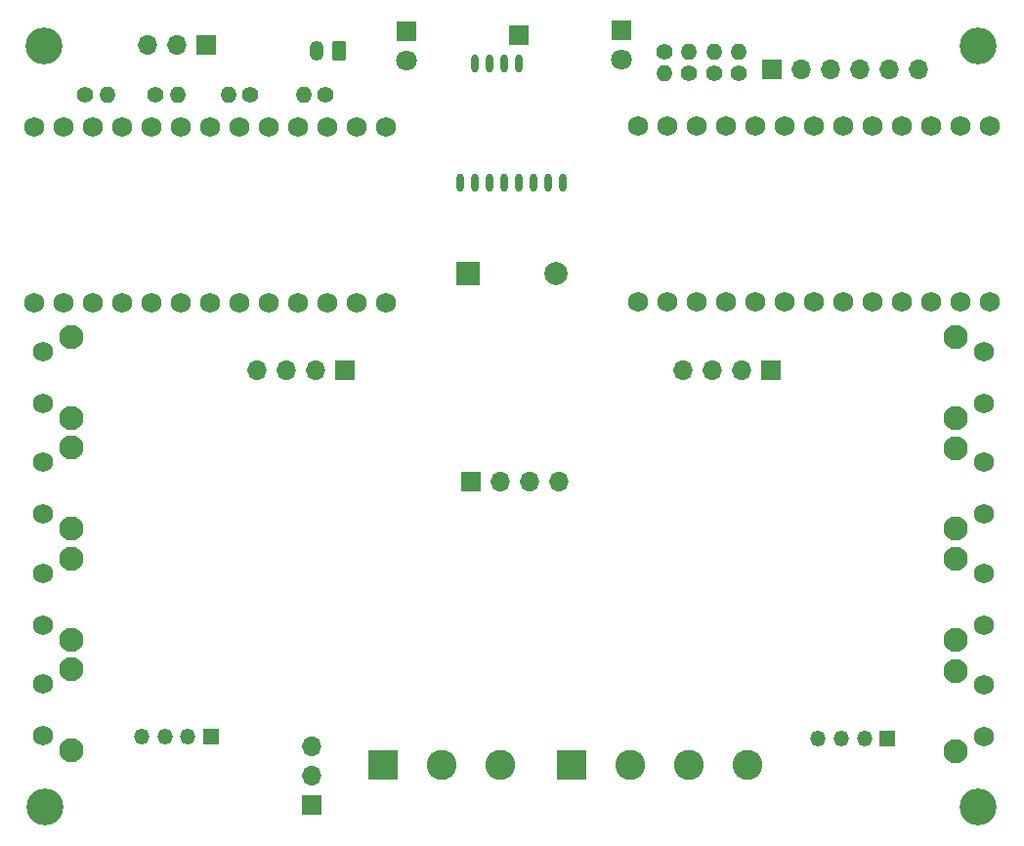
<source format=gbr>
%TF.GenerationSoftware,KiCad,Pcbnew,8.0.6-8.0.6-0~ubuntu24.04.1*%
%TF.CreationDate,2025-07-04T19:00:08-04:00*%
%TF.ProjectId,meshbot_kicad,6d657368-626f-4745-9f6b-696361642e6b,rev?*%
%TF.SameCoordinates,Original*%
%TF.FileFunction,Soldermask,Top*%
%TF.FilePolarity,Negative*%
%FSLAX46Y46*%
G04 Gerber Fmt 4.6, Leading zero omitted, Abs format (unit mm)*
G04 Created by KiCad (PCBNEW 8.0.6-8.0.6-0~ubuntu24.04.1) date 2025-07-04 19:00:08*
%MOMM*%
%LPD*%
G01*
G04 APERTURE LIST*
G04 Aperture macros list*
%AMRoundRect*
0 Rectangle with rounded corners*
0 $1 Rounding radius*
0 $2 $3 $4 $5 $6 $7 $8 $9 X,Y pos of 4 corners*
0 Add a 4 corners polygon primitive as box body*
4,1,4,$2,$3,$4,$5,$6,$7,$8,$9,$2,$3,0*
0 Add four circle primitives for the rounded corners*
1,1,$1+$1,$2,$3*
1,1,$1+$1,$4,$5*
1,1,$1+$1,$6,$7*
1,1,$1+$1,$8,$9*
0 Add four rect primitives between the rounded corners*
20,1,$1+$1,$2,$3,$4,$5,0*
20,1,$1+$1,$4,$5,$6,$7,0*
20,1,$1+$1,$6,$7,$8,$9,0*
20,1,$1+$1,$8,$9,$2,$3,0*%
G04 Aperture macros list end*
%ADD10R,1.700000X1.700000*%
%ADD11O,1.700000X1.700000*%
%ADD12C,1.400000*%
%ADD13O,1.400000X1.400000*%
%ADD14R,1.800000X1.800000*%
%ADD15C,1.800000*%
%ADD16RoundRect,0.250000X0.350000X0.625000X-0.350000X0.625000X-0.350000X-0.625000X0.350000X-0.625000X0*%
%ADD17O,1.200000X1.750000*%
%ADD18C,1.752600*%
%ADD19O,1.350000X1.350000*%
%ADD20R,1.350000X1.350000*%
%ADD21C,3.200000*%
%ADD22R,2.600000X2.600000*%
%ADD23C,2.600000*%
%ADD24C,1.750000*%
%ADD25C,2.100000*%
%ADD26R,2.000000X2.000000*%
%ADD27C,2.000000*%
%ADD28RoundRect,0.300000X0.000010X-0.500000X0.000010X0.500000X-0.000010X0.500000X-0.000010X-0.500000X0*%
G04 APERTURE END LIST*
D10*
%TO.C,J12*%
X167480000Y-44500000D03*
D11*
X170020000Y-44500000D03*
X172560000Y-44500000D03*
X175100000Y-44500000D03*
X177640000Y-44500000D03*
X180180000Y-44500000D03*
%TD*%
D12*
%TO.C,R8*%
X164600000Y-44900000D03*
D13*
X164600000Y-43000000D03*
%TD*%
D14*
%TO.C,D1*%
X154500000Y-41125000D03*
D15*
X154500000Y-43665000D03*
%TD*%
D16*
%TO.C,J1*%
X130000000Y-42900000D03*
D17*
X128000000Y-42900000D03*
%TD*%
D18*
%TO.C,U2*%
X106140000Y-64780000D03*
X108680000Y-64780000D03*
X111220000Y-64780000D03*
X113760000Y-64780000D03*
X116300000Y-64780000D03*
X118840000Y-64780000D03*
X121380000Y-64780000D03*
X123920000Y-64780000D03*
X126460000Y-64780000D03*
X129000000Y-64780000D03*
X131540000Y-64780000D03*
X134080000Y-64780000D03*
X134080000Y-49540000D03*
X131540000Y-49540000D03*
X129000000Y-49540000D03*
X126460000Y-49540000D03*
X123920000Y-49540000D03*
X121380000Y-49540000D03*
X118840000Y-49540000D03*
X116300000Y-49540000D03*
X113760000Y-49540000D03*
X111220000Y-49540000D03*
X108680000Y-49540000D03*
X106140000Y-49540000D03*
X103600000Y-49540000D03*
X103600000Y-64780000D03*
%TD*%
D11*
%TO.C,J5*%
X159800000Y-70600000D03*
X162340000Y-70600000D03*
X164880000Y-70600000D03*
D10*
X167420000Y-70600000D03*
%TD*%
D19*
%TO.C,U5*%
X171500000Y-102500000D03*
X173500000Y-102500000D03*
X175500000Y-102500000D03*
D20*
X177500000Y-102500000D03*
%TD*%
D21*
%TO.C,H4*%
X104500000Y-108500000D03*
%TD*%
D22*
%TO.C,J6*%
X150100000Y-104800000D03*
D23*
X155180000Y-104800000D03*
X160260000Y-104800000D03*
X165340000Y-104800000D03*
%TD*%
D24*
%TO.C,SW1*%
X104300000Y-69000000D03*
X104300000Y-73500000D03*
D25*
X106790000Y-67740000D03*
X106790000Y-74750000D03*
%TD*%
D12*
%TO.C,R1*%
X114095000Y-46700000D03*
D13*
X115995000Y-46700000D03*
%TD*%
D10*
%TO.C,J11*%
X127600000Y-108280000D03*
D11*
X127600000Y-105740000D03*
X127600000Y-103200000D03*
%TD*%
D24*
%TO.C,SW2*%
X104300000Y-78600000D03*
X104300000Y-83100000D03*
D25*
X106790000Y-77340000D03*
X106790000Y-84350000D03*
%TD*%
D26*
%TO.C,J9*%
X141200000Y-62200000D03*
D27*
X148800000Y-62200000D03*
%TD*%
D24*
%TO.C,SW7*%
X104300000Y-88200000D03*
X104300000Y-92700000D03*
D25*
X106790000Y-86940000D03*
X106790000Y-93950000D03*
%TD*%
D21*
%TO.C,H1*%
X104400000Y-42500000D03*
%TD*%
D12*
%TO.C,R6*%
X160300000Y-44900000D03*
D13*
X160300000Y-43000000D03*
%TD*%
D24*
%TO.C,SW8*%
X104300000Y-97800000D03*
X104300000Y-102300000D03*
D25*
X106790000Y-96540000D03*
X106790000Y-103550000D03*
%TD*%
D24*
%TO.C,SW6*%
X185900000Y-102400000D03*
X185900000Y-97900000D03*
D25*
X183410000Y-103660000D03*
X183410000Y-96650000D03*
%TD*%
D12*
%TO.C,R7*%
X158200000Y-43000000D03*
D13*
X158200000Y-44900000D03*
%TD*%
D14*
%TO.C,D2*%
X135800000Y-41260000D03*
D15*
X135800000Y-43800000D03*
%TD*%
D24*
%TO.C,SW5*%
X185900000Y-92700000D03*
X185900000Y-88200000D03*
D25*
X183410000Y-93960000D03*
X183410000Y-86950000D03*
%TD*%
D12*
%TO.C,R5*%
X162500000Y-44900000D03*
D13*
X162500000Y-43000000D03*
%TD*%
D24*
%TO.C,SW3*%
X185900000Y-73500000D03*
X185900000Y-69000000D03*
D25*
X183410000Y-74760000D03*
X183410000Y-67750000D03*
%TD*%
D11*
%TO.C,J3*%
X122900000Y-70600000D03*
X125440000Y-70600000D03*
X127980000Y-70600000D03*
D10*
X130520000Y-70600000D03*
%TD*%
D12*
%TO.C,R3*%
X128800000Y-46700000D03*
D13*
X126900000Y-46700000D03*
%TD*%
D12*
%TO.C,R2*%
X107995000Y-46700000D03*
D13*
X109895000Y-46700000D03*
%TD*%
D19*
%TO.C,U4*%
X112900000Y-102400000D03*
X114900000Y-102400000D03*
X116900000Y-102400000D03*
D20*
X118900000Y-102400000D03*
%TD*%
D24*
%TO.C,SW4*%
X185900000Y-83100000D03*
X185900000Y-78600000D03*
D25*
X183410000Y-84360000D03*
X183410000Y-77350000D03*
%TD*%
D21*
%TO.C,H3*%
X185400000Y-108500000D03*
%TD*%
D10*
%TO.C,J8*%
X118500000Y-42400000D03*
D11*
X115960000Y-42400000D03*
X113420000Y-42400000D03*
%TD*%
D28*
%TO.C,U1*%
X140510000Y-54400000D03*
X141780000Y-54400000D03*
X143050000Y-54400000D03*
X144320000Y-54400000D03*
X145590000Y-54400000D03*
X146860000Y-54400000D03*
X148130000Y-54400000D03*
X149400000Y-54400000D03*
X145590000Y-44000000D03*
X144320000Y-44000000D03*
X143050000Y-44000000D03*
X141780000Y-44000000D03*
%TD*%
D22*
%TO.C,J7*%
X133800000Y-104800000D03*
D23*
X138880000Y-104800000D03*
X143960000Y-104800000D03*
%TD*%
D10*
%TO.C,J4*%
X145600000Y-41600000D03*
%TD*%
D12*
%TO.C,R4*%
X122300000Y-46700000D03*
D13*
X120400000Y-46700000D03*
%TD*%
D21*
%TO.C,H2*%
X185400000Y-42500000D03*
%TD*%
D18*
%TO.C,U3*%
X186380000Y-49460000D03*
X186380000Y-64700000D03*
X183840000Y-64700000D03*
X181300000Y-64700000D03*
X178760000Y-64700000D03*
X176220000Y-64700000D03*
X173680000Y-64700000D03*
X171140000Y-64700000D03*
X168600000Y-64700000D03*
X166060000Y-64700000D03*
X163520000Y-64700000D03*
X160980000Y-64700000D03*
X158440000Y-64700000D03*
X155900000Y-64700000D03*
X155900000Y-49460000D03*
X158440000Y-49460000D03*
X160980000Y-49460000D03*
X163520000Y-49460000D03*
X166060000Y-49460000D03*
X168600000Y-49460000D03*
X171140000Y-49460000D03*
X173680000Y-49460000D03*
X176220000Y-49460000D03*
X178760000Y-49460000D03*
X181300000Y-49460000D03*
X183840000Y-49460000D03*
%TD*%
D10*
%TO.C,J2*%
X141380000Y-80300000D03*
D11*
X143920000Y-80300000D03*
X146460000Y-80300000D03*
X149000000Y-80300000D03*
%TD*%
M02*

</source>
